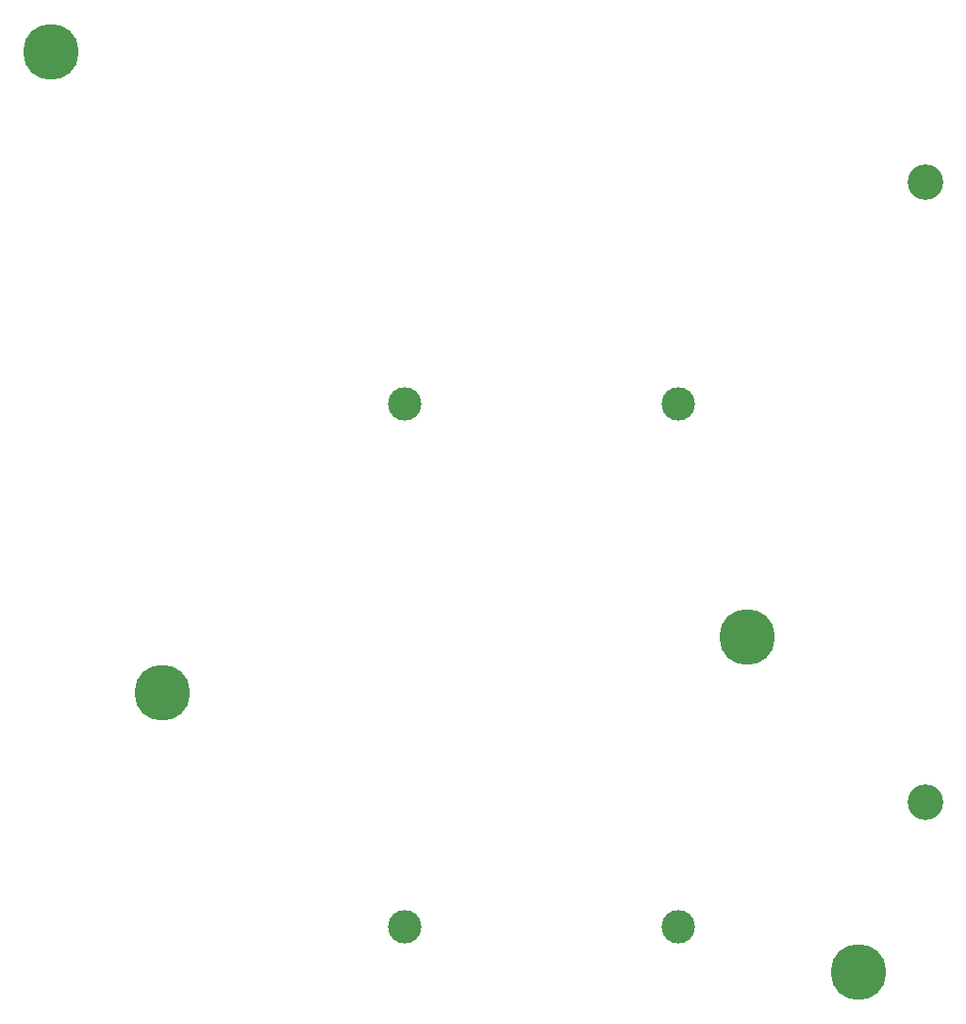
<source format=gbr>
%TF.GenerationSoftware,KiCad,Pcbnew,8.0.4*%
%TF.CreationDate,2024-09-09T18:44:09-05:00*%
%TF.ProjectId,PCB 1,50434220-312e-46b6-9963-61645f706362,rev?*%
%TF.SameCoordinates,Original*%
%TF.FileFunction,NonPlated,1,2,NPTH,Drill*%
%TF.FilePolarity,Positive*%
%FSLAX46Y46*%
G04 Gerber Fmt 4.6, Leading zero omitted, Abs format (unit mm)*
G04 Created by KiCad (PCBNEW 8.0.4) date 2024-09-09 18:44:09*
%MOMM*%
%LPD*%
G01*
G04 APERTURE LIST*
%TA.AperFunction,ComponentDrill*%
%ADD10C,3.000000*%
%TD*%
%TA.AperFunction,ComponentDrill*%
%ADD11C,3.200000*%
%TD*%
%TA.AperFunction,ComponentDrill*%
%ADD12C,5.000000*%
%TD*%
G04 APERTURE END LIST*
D10*
%TO.C,U1*%
X131770000Y-86525000D03*
X131770000Y-133475000D03*
X156280000Y-86525000D03*
X156280000Y-133475000D03*
D11*
%TO.C,BT1*%
X178500000Y-66645000D03*
X178500000Y-122255000D03*
D12*
%TO.C,*%
X100000000Y-55000000D03*
X110000000Y-112500000D03*
X162500000Y-107500000D03*
X172500000Y-137500000D03*
M02*

</source>
